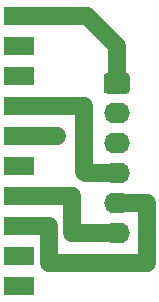
<source format=gbr>
%TF.GenerationSoftware,KiCad,Pcbnew,5.1.8-db9833491~87~ubuntu18.04.1*%
%TF.CreationDate,2020-11-28T12:04:11+00:00*%
%TF.ProjectId,JLink_6Pin_SWD_Adaptor,4a4c696e-6b5f-4365-9069-6e5f5357445f,rev?*%
%TF.SameCoordinates,Original*%
%TF.FileFunction,Copper,L1,Top*%
%TF.FilePolarity,Positive*%
%FSLAX46Y46*%
G04 Gerber Fmt 4.6, Leading zero omitted, Abs format (unit mm)*
G04 Created by KiCad (PCBNEW 5.1.8-db9833491~87~ubuntu18.04.1) date 2020-11-28 12:04:11*
%MOMM*%
%LPD*%
G01*
G04 APERTURE LIST*
%TA.AperFunction,SMDPad,CuDef*%
%ADD10R,2.600000X1.524000*%
%TD*%
%TA.AperFunction,ComponentPad*%
%ADD11O,2.190000X1.740000*%
%TD*%
%TA.AperFunction,ViaPad*%
%ADD12C,0.800000*%
%TD*%
%TA.AperFunction,Conductor*%
%ADD13C,1.500000*%
%TD*%
G04 APERTURE END LIST*
D10*
%TO.P,J1,1*%
%TO.N,/VTref*%
X140970000Y-67310000D03*
%TO.P,J1,3*%
%TO.N,/nTRST*%
X140970000Y-69850000D03*
%TO.P,J1,5*%
%TO.N,/TDI*%
X140970000Y-72390000D03*
%TO.P,J1,7*%
%TO.N,/TMS*%
X140970000Y-74930000D03*
%TO.P,J1,9*%
%TO.N,/TCK*%
X140970000Y-77470000D03*
%TO.P,J1,11*%
%TO.N,/RTCK*%
X140970000Y-80010000D03*
%TO.P,J1,13*%
%TO.N,/TDO*%
X140970000Y-82550000D03*
%TO.P,J1,15*%
%TO.N,/RESET*%
X140970000Y-85090000D03*
%TO.P,J1,17*%
%TO.N,/DBGRQ*%
X140970000Y-87630000D03*
%TO.P,J1,19*%
%TO.N,/5V*%
X140970000Y-90170000D03*
%TD*%
D11*
%TO.P,J2,6*%
%TO.N,/TDO*%
X149225000Y-85725000D03*
%TO.P,J2,5*%
%TO.N,/RESET*%
X149225000Y-83185000D03*
%TO.P,J2,4*%
%TO.N,/TMS*%
X149225000Y-80645000D03*
%TO.P,J2,3*%
%TO.N,GNDS*%
X149225000Y-78105000D03*
%TO.P,J2,2*%
%TO.N,/TCK*%
X149225000Y-75565000D03*
%TO.P,J2,1*%
%TO.N,/VTref*%
%TA.AperFunction,ComponentPad*%
G36*
G01*
X148379999Y-72155000D02*
X150070001Y-72155000D01*
G75*
G02*
X150320000Y-72404999I0J-249999D01*
G01*
X150320000Y-73645001D01*
G75*
G02*
X150070001Y-73895000I-249999J0D01*
G01*
X148379999Y-73895000D01*
G75*
G02*
X148130000Y-73645001I0J249999D01*
G01*
X148130000Y-72404999D01*
G75*
G02*
X148379999Y-72155000I249999J0D01*
G01*
G37*
%TD.AperFunction*%
%TD*%
D12*
%TO.N,/TCK*%
X144145012Y-77470000D03*
%TD*%
D13*
%TO.N,/VTref*%
X140970000Y-67310000D02*
X146685000Y-67310000D01*
X149225000Y-69850000D02*
X149225000Y-73025000D01*
X146685000Y-67310000D02*
X149225000Y-69850000D01*
%TO.N,/TMS*%
X146480011Y-80495011D02*
X146630000Y-80645000D01*
X146630000Y-80645000D02*
X149225000Y-80645000D01*
X140970000Y-74930000D02*
X146480011Y-74930000D01*
X146480011Y-74930000D02*
X146480011Y-80495011D01*
%TO.N,/TCK*%
X140970000Y-77470000D02*
X144145012Y-77470000D01*
%TO.N,/TDO*%
X147955000Y-85725000D02*
X149225000Y-85725000D01*
X145415000Y-85725000D02*
X147955000Y-85725000D01*
X140970000Y-82550000D02*
X145415000Y-82550000D01*
X145415000Y-82550000D02*
X145415000Y-85725000D01*
%TO.N,/RESET*%
X151765000Y-88265000D02*
X151765000Y-83185000D01*
X143510000Y-88265000D02*
X151765000Y-88265000D01*
X140970000Y-85090000D02*
X143510000Y-85090000D01*
X151765000Y-83185000D02*
X149225000Y-83185000D01*
X143510000Y-85090000D02*
X143510000Y-88265000D01*
%TD*%
M02*

</source>
